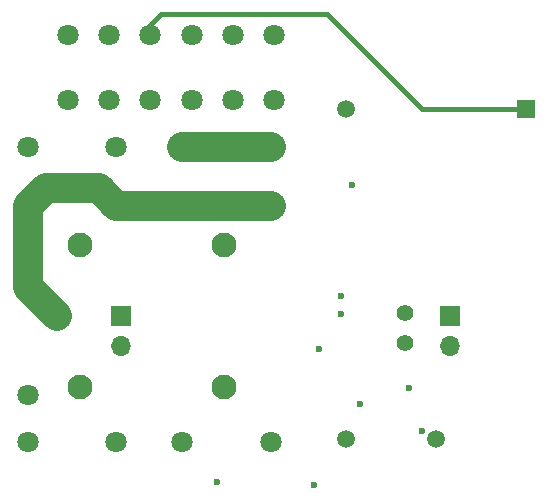
<source format=gbr>
%TF.GenerationSoftware,KiCad,Pcbnew,8.0.8*%
%TF.CreationDate,2025-03-23T22:06:23+01:00*%
%TF.ProjectId,raumtemp_relay,7261756d-7465-46d7-905f-72656c61792e,rev?*%
%TF.SameCoordinates,Original*%
%TF.FileFunction,Copper,L3,Inr*%
%TF.FilePolarity,Positive*%
%FSLAX46Y46*%
G04 Gerber Fmt 4.6, Leading zero omitted, Abs format (unit mm)*
G04 Created by KiCad (PCBNEW 8.0.8) date 2025-03-23 22:06:23*
%MOMM*%
%LPD*%
G01*
G04 APERTURE LIST*
%TA.AperFunction,ComponentPad*%
%ADD10C,1.400000*%
%TD*%
%TA.AperFunction,ComponentPad*%
%ADD11R,1.700000X1.700000*%
%TD*%
%TA.AperFunction,ComponentPad*%
%ADD12O,1.700000X1.700000*%
%TD*%
%TA.AperFunction,ComponentPad*%
%ADD13C,1.803400*%
%TD*%
%TA.AperFunction,ComponentPad*%
%ADD14C,1.800000*%
%TD*%
%TA.AperFunction,ComponentPad*%
%ADD15C,2.100000*%
%TD*%
%TA.AperFunction,ComponentPad*%
%ADD16R,1.508000X1.508000*%
%TD*%
%TA.AperFunction,ComponentPad*%
%ADD17C,1.508000*%
%TD*%
%TA.AperFunction,ViaPad*%
%ADD18C,0.600000*%
%TD*%
%TA.AperFunction,Conductor*%
%ADD19C,2.500000*%
%TD*%
%TA.AperFunction,Conductor*%
%ADD20C,0.400000*%
%TD*%
G04 APERTURE END LIST*
D10*
%TO.N,+VDC*%
%TO.C,JP1*%
X154625000Y-90830000D03*
%TO.N,+3V3*%
X154625000Y-88290000D03*
%TD*%
D11*
%TO.N,+3V3*%
%TO.C,J3*%
X158425000Y-88480000D03*
D12*
%TO.N,GND*%
X158425000Y-91020000D03*
%TD*%
D11*
%TO.N,Net-(J2-Pin_1)*%
%TO.C,J2*%
X130524656Y-88480000D03*
D12*
%TO.N,Net-(J2-Pin_2)*%
X130524656Y-91020000D03*
%TD*%
D13*
%TO.N,+VDC*%
%TO.C,*%
X122675000Y-95180000D03*
%TD*%
%TO.N,Net-(D1-A)*%
%TO.C,K2*%
X122675000Y-99180000D03*
%TO.N,Net-(J1-3)*%
X122675000Y-79180000D03*
%TO.N,Net-(J1-2)*%
X122675000Y-74180000D03*
X130175000Y-74180000D03*
%TO.N,Net-(J1-3)*%
X130175000Y-79180000D03*
%TO.N,+VDC*%
X130175000Y-99180000D03*
%TD*%
D14*
%TO.N,Net-(J1-1)*%
%TO.C,J1*%
X126036723Y-70200000D03*
X126036723Y-64700000D03*
%TO.N,Net-(J1-2)*%
X129536723Y-70200000D03*
X129536723Y-64700000D03*
%TO.N,Net-(J1-3)*%
X133036723Y-70200000D03*
X133036723Y-64700000D03*
%TO.N,Net-(J1-4)*%
X136536723Y-70200000D03*
X136536723Y-64700000D03*
%TO.N,Net-(J1-5)*%
X140036723Y-70200000D03*
X140036723Y-64700000D03*
%TO.N,Net-(J1-6)*%
X143536723Y-70200000D03*
X143536723Y-64700000D03*
%TD*%
D15*
%TO.N,+VDC*%
%TO.C,K1*%
X127125000Y-94480000D03*
%TO.N,Net-(D1-A)*%
X127125000Y-82480000D03*
%TO.N,Net-(J1-3)*%
X125125000Y-88480000D03*
%TO.N,Net-(J1-6)*%
X139325000Y-94480000D03*
%TO.N,Net-(J1-5)*%
X139325000Y-82480000D03*
%TD*%
D16*
%TO.N,Net-(J1-3)*%
%TO.C,PS1*%
X164864545Y-70981894D03*
D17*
%TO.N,Net-(J1-1)*%
X149624545Y-70981894D03*
%TO.N,GND*%
X149624545Y-98921894D03*
%TO.N,+VDC*%
X157244545Y-98921894D03*
%TD*%
D13*
%TO.N,Net-(D2-A)*%
%TO.C,K3*%
X135725000Y-99180000D03*
%TO.N,Net-(J1-3)*%
X135725000Y-79180000D03*
%TO.N,Net-(J1-6)*%
X135725000Y-74180000D03*
X143225000Y-74180000D03*
%TO.N,Net-(J1-3)*%
X143225000Y-79180000D03*
%TO.N,+VDC*%
X143225000Y-99180000D03*
%TD*%
D18*
%TO.N,GND*%
X147325000Y-91280000D03*
X150825000Y-95980000D03*
X149225000Y-86780000D03*
X150125000Y-77380000D03*
%TO.N,+VDC*%
X156025000Y-98280000D03*
X154925000Y-94580000D03*
X149225000Y-88380000D03*
%TO.N,Net-(J2-Pin_2)*%
X146925000Y-102780000D03*
%TO.N,Net-(J2-Pin_1)*%
X138725000Y-102580000D03*
%TD*%
D19*
%TO.N,Net-(J1-3)*%
X135725000Y-79180000D02*
X130175000Y-79180000D01*
X130175000Y-79180000D02*
X128675000Y-77680000D01*
D20*
X164864545Y-70981894D02*
X156026894Y-70981894D01*
D19*
X125125000Y-88480000D02*
X122675000Y-86030000D01*
D20*
X148025000Y-62980000D02*
X133925000Y-62980000D01*
X133036723Y-63868277D02*
X133036723Y-65018297D01*
D19*
X122675000Y-86030000D02*
X122675000Y-79180000D01*
X128675000Y-77680000D02*
X124175000Y-77680000D01*
X143225000Y-79180000D02*
X135725000Y-79180000D01*
D20*
X156026894Y-70981894D02*
X148025000Y-62980000D01*
X133925000Y-62980000D02*
X133036723Y-63868277D01*
D19*
X124175000Y-77680000D02*
X122675000Y-79180000D01*
%TO.N,Net-(J1-6)*%
X135725000Y-74180000D02*
X143225000Y-74180000D01*
%TD*%
M02*

</source>
